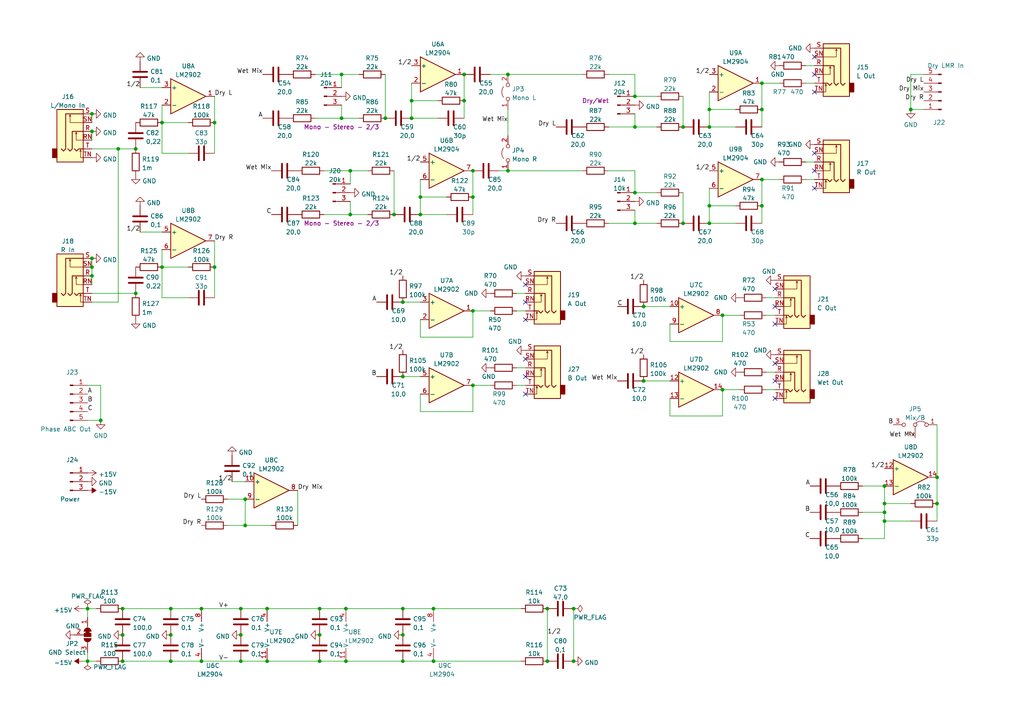
<source format=kicad_sch>
(kicad_sch (version 20211123) (generator eeschema)
  (paper "A4")
  (junction (at 49.53 191.77))
  (junction (at 116.84 176.53))
  (junction (at 71.12 144.78))
  (junction (at 92.71 184.15))
  (junction (at 58.42 176.53))
  (junction (at 271.78 146.05))
  (junction (at 166.37 191.77))
  (junction (at 77.47 176.53))
  (junction (at 35.56 176.53))
  (junction (at 116.84 109.22))
  (junction (at 34.29 43.18))
  (junction (at 39.37 85.09))
  (junction (at 220.98 59.69))
  (junction (at 100.33 176.53))
  (junction (at 147.32 49.53))
  (junction (at 209.55 113.03))
  (junction (at 26.67 77.47))
  (junction (at 46.99 77.47))
  (junction (at 62.23 77.47))
  (junction (at 29.21 121.92))
  (junction (at 184.15 64.77))
  (junction (at 184.15 27.94))
  (junction (at 100.33 191.77))
  (junction (at 99.06 34.29))
  (junction (at 114.3 62.23))
  (junction (at 205.74 31.75))
  (junction (at 69.85 176.53))
  (junction (at 35.56 184.15))
  (junction (at 134.62 21.59))
  (junction (at 46.99 35.56))
  (junction (at 264.16 31.75))
  (junction (at 220.98 31.75))
  (junction (at 186.69 88.9))
  (junction (at 116.84 184.15))
  (junction (at 92.71 176.53))
  (junction (at 256.54 148.59))
  (junction (at 58.42 191.77))
  (junction (at 137.16 111.76))
  (junction (at 99.06 21.59))
  (junction (at 198.12 36.83))
  (junction (at 121.92 62.23))
  (junction (at 35.56 191.77))
  (junction (at 119.38 34.29))
  (junction (at 69.85 191.77))
  (junction (at 184.15 55.88))
  (junction (at 186.69 110.49))
  (junction (at 205.74 59.69))
  (junction (at 256.54 146.05))
  (junction (at 25.4 176.53))
  (junction (at 26.67 38.1))
  (junction (at 184.15 36.83))
  (junction (at 26.67 80.01))
  (junction (at 77.47 191.77))
  (junction (at 69.85 184.15))
  (junction (at 49.53 176.53))
  (junction (at 205.74 64.77))
  (junction (at 220.98 52.07))
  (junction (at 256.54 140.97))
  (junction (at 119.38 29.21))
  (junction (at 158.75 176.53))
  (junction (at 134.62 29.21))
  (junction (at 198.12 64.77))
  (junction (at 25.4 191.77))
  (junction (at 49.53 184.15))
  (junction (at 62.23 35.56))
  (junction (at 256.54 151.13))
  (junction (at 116.84 191.77))
  (junction (at 101.6 49.53))
  (junction (at 137.16 57.15))
  (junction (at 125.73 176.53))
  (junction (at 205.74 36.83))
  (junction (at 101.6 62.23))
  (junction (at 111.76 34.29))
  (junction (at 271.78 138.43))
  (junction (at 137.16 90.17))
  (junction (at 137.16 49.53))
  (junction (at 26.67 33.02))
  (junction (at 209.55 91.44))
  (junction (at 92.71 191.77))
  (junction (at 116.84 87.63))
  (junction (at 125.73 191.77))
  (junction (at 26.67 74.93))
  (junction (at 39.37 43.18))
  (junction (at 147.32 21.59))
  (junction (at 71.12 152.4))
  (junction (at 121.92 57.15))
  (junction (at 158.75 191.77))
  (junction (at 166.37 176.53))
  (junction (at 220.98 24.13))
  (no_connect (at 236.22 16.51))
  (no_connect (at 236.22 26.67))
  (no_connect (at 152.4 87.63))
  (no_connect (at 236.22 54.61))
  (no_connect (at 224.79 110.49))
  (no_connect (at 224.79 83.82))
  (no_connect (at 152.4 109.22))
  (no_connect (at 224.79 88.9))
  (no_connect (at 236.22 44.45))
  (no_connect (at 224.79 115.57))
  (no_connect (at 152.4 82.55))
  (no_connect (at 152.4 104.14))
  (no_connect (at 236.22 49.53))
  (no_connect (at 152.4 92.71))
  (no_connect (at 236.22 21.59))
  (no_connect (at 224.79 93.98))
  (no_connect (at 152.4 114.3))
  (no_connect (at 224.79 105.41))
  (wire (pts (xy 267.97 21.59) (xy 264.16 21.59)))
  (wire (pts (xy 168.91 49.53) (xy 147.32 49.53)))
  (wire (pts (xy 35.56 176.53) (xy 49.53 176.53)))
  (wire (pts (xy 25.4 176.53) (xy 27.94 176.53)))
  (wire (pts (xy 34.29 43.18) (xy 39.37 43.18)))
  (wire (pts (xy 26.67 85.09) (xy 39.37 85.09)))
  (wire (pts (xy 220.98 52.07) (xy 226.06 52.07)))
  (wire (pts (xy 26.67 74.93) (xy 26.67 77.47)))
  (wire (pts (xy 121.92 119.38) (xy 137.16 119.38)))
  (wire (pts (xy 147.32 31.75) (xy 147.32 39.37)))
  (wire (pts (xy 46.99 77.47) (xy 54.61 77.47)))
  (wire (pts (xy 92.71 191.77) (xy 100.33 191.77)))
  (wire (pts (xy 62.23 27.94) (xy 62.23 35.56)))
  (wire (pts (xy 25.4 191.77) (xy 27.94 191.77)))
  (wire (pts (xy 166.37 176.53) (xy 166.37 191.77)))
  (wire (pts (xy 101.6 53.34) (xy 101.6 49.53)))
  (wire (pts (xy 134.62 21.59) (xy 134.62 29.21)))
  (wire (pts (xy 152.4 106.68) (xy 149.86 106.68)))
  (wire (pts (xy 116.84 191.77) (xy 125.73 191.77)))
  (wire (pts (xy 209.55 113.03) (xy 214.63 113.03)))
  (wire (pts (xy 121.92 97.79) (xy 137.16 97.79)))
  (wire (pts (xy 198.12 55.88) (xy 198.12 64.77)))
  (wire (pts (xy 26.67 38.1) (xy 26.67 40.64)))
  (wire (pts (xy 104.14 34.29) (xy 99.06 34.29)))
  (wire (pts (xy 184.15 36.83) (xy 190.5 36.83)))
  (wire (pts (xy 137.16 49.53) (xy 137.16 57.15)))
  (wire (pts (xy 184.15 64.77) (xy 184.15 60.96)))
  (wire (pts (xy 26.67 77.47) (xy 26.67 80.01)))
  (wire (pts (xy 224.79 113.03) (xy 222.25 113.03)))
  (wire (pts (xy 209.55 91.44) (xy 214.63 91.44)))
  (wire (pts (xy 58.42 191.77) (xy 69.85 191.77)))
  (wire (pts (xy 26.67 87.63) (xy 34.29 87.63)))
  (wire (pts (xy 250.19 140.97) (xy 256.54 140.97)))
  (wire (pts (xy 71.12 152.4) (xy 78.74 152.4)))
  (wire (pts (xy 137.16 111.76) (xy 142.24 111.76)))
  (wire (pts (xy 67.31 139.7) (xy 71.12 139.7)))
  (wire (pts (xy 46.99 35.56) (xy 54.61 35.56)))
  (wire (pts (xy 25.4 176.53) (xy 25.4 179.07)))
  (wire (pts (xy 158.75 176.53) (xy 158.75 191.77)))
  (wire (pts (xy 152.4 111.76) (xy 149.86 111.76)))
  (wire (pts (xy 77.47 176.53) (xy 92.71 176.53)))
  (wire (pts (xy 198.12 27.94) (xy 198.12 36.83)))
  (wire (pts (xy 271.78 123.19) (xy 271.78 138.43)))
  (wire (pts (xy 49.53 191.77) (xy 58.42 191.77)))
  (wire (pts (xy 264.16 151.13) (xy 256.54 151.13)))
  (wire (pts (xy 46.99 30.48) (xy 46.99 35.56)))
  (wire (pts (xy 194.31 115.57) (xy 194.31 120.65)))
  (wire (pts (xy 176.53 36.83) (xy 184.15 36.83)))
  (wire (pts (xy 46.99 72.39) (xy 46.99 77.47)))
  (wire (pts (xy 62.23 69.85) (xy 62.23 77.47)))
  (wire (pts (xy 54.61 86.36) (xy 46.99 86.36)))
  (wire (pts (xy 99.06 34.29) (xy 99.06 30.48)))
  (wire (pts (xy 256.54 151.13) (xy 256.54 148.59)))
  (wire (pts (xy 125.73 191.77) (xy 151.13 191.77)))
  (wire (pts (xy 220.98 52.07) (xy 220.98 59.69)))
  (wire (pts (xy 119.38 34.29) (xy 119.38 29.21)))
  (wire (pts (xy 137.16 111.76) (xy 137.16 119.38)))
  (wire (pts (xy 116.84 87.63) (xy 121.92 87.63)))
  (wire (pts (xy 271.78 138.43) (xy 271.78 146.05)))
  (wire (pts (xy 99.06 25.4) (xy 99.06 21.59)))
  (wire (pts (xy 236.22 24.13) (xy 233.68 24.13)))
  (wire (pts (xy 209.55 91.44) (xy 209.55 99.06)))
  (wire (pts (xy 184.15 55.88) (xy 190.5 55.88)))
  (wire (pts (xy 35.56 191.77) (xy 49.53 191.77)))
  (wire (pts (xy 220.98 59.69) (xy 220.98 64.77)))
  (wire (pts (xy 176.53 21.59) (xy 184.15 21.59)))
  (wire (pts (xy 213.36 36.83) (xy 205.74 36.83)))
  (wire (pts (xy 256.54 146.05) (xy 264.16 146.05)))
  (wire (pts (xy 256.54 156.21) (xy 256.54 151.13)))
  (wire (pts (xy 264.16 31.75) (xy 267.97 31.75)))
  (wire (pts (xy 93.98 49.53) (xy 101.6 49.53)))
  (wire (pts (xy 119.38 29.21) (xy 119.38 24.13)))
  (wire (pts (xy 127 29.21) (xy 119.38 29.21)))
  (wire (pts (xy 26.67 43.18) (xy 34.29 43.18)))
  (wire (pts (xy 142.24 21.59) (xy 147.32 21.59)))
  (wire (pts (xy 121.92 114.3) (xy 121.92 119.38)))
  (wire (pts (xy 209.55 113.03) (xy 209.55 120.65)))
  (wire (pts (xy 69.85 191.77) (xy 77.47 191.77)))
  (wire (pts (xy 62.23 35.56) (xy 62.23 44.45)))
  (wire (pts (xy 111.76 21.59) (xy 111.76 34.29)))
  (wire (pts (xy 256.54 146.05) (xy 256.54 140.97)))
  (wire (pts (xy 86.36 142.24) (xy 86.36 152.4)))
  (wire (pts (xy 99.06 21.59) (xy 104.14 21.59)))
  (wire (pts (xy 194.31 99.06) (xy 209.55 99.06)))
  (wire (pts (xy 220.98 24.13) (xy 220.98 31.75)))
  (wire (pts (xy 224.79 91.44) (xy 222.25 91.44)))
  (wire (pts (xy 236.22 46.99) (xy 233.68 46.99)))
  (wire (pts (xy 46.99 44.45) (xy 46.99 35.56)))
  (wire (pts (xy 62.23 77.47) (xy 62.23 86.36)))
  (wire (pts (xy 49.53 176.53) (xy 58.42 176.53)))
  (wire (pts (xy 194.31 120.65) (xy 209.55 120.65)))
  (wire (pts (xy 100.33 176.53) (xy 116.84 176.53)))
  (wire (pts (xy 184.15 33.02) (xy 184.15 36.83)))
  (wire (pts (xy 152.4 85.09) (xy 149.86 85.09)))
  (wire (pts (xy 176.53 49.53) (xy 184.15 49.53)))
  (wire (pts (xy 137.16 90.17) (xy 137.16 97.79)))
  (wire (pts (xy 69.85 176.53) (xy 77.47 176.53)))
  (wire (pts (xy 40.64 67.31) (xy 46.99 67.31)))
  (wire (pts (xy 26.67 33.02) (xy 26.67 35.56)))
  (wire (pts (xy 224.79 86.36) (xy 222.25 86.36)))
  (wire (pts (xy 147.32 21.59) (xy 168.91 21.59)))
  (wire (pts (xy 184.15 49.53) (xy 184.15 55.88)))
  (wire (pts (xy 147.32 49.53) (xy 144.78 49.53)))
  (wire (pts (xy 205.74 59.69) (xy 205.74 54.61)))
  (wire (pts (xy 127 34.29) (xy 119.38 34.29)))
  (wire (pts (xy 24.13 176.53) (xy 25.4 176.53)))
  (wire (pts (xy 224.79 107.95) (xy 222.25 107.95)))
  (wire (pts (xy 93.98 62.23) (xy 101.6 62.23)))
  (wire (pts (xy 184.15 21.59) (xy 184.15 27.94)))
  (wire (pts (xy 25.4 121.92) (xy 29.21 121.92)))
  (wire (pts (xy 205.74 31.75) (xy 213.36 31.75)))
  (wire (pts (xy 256.54 148.59) (xy 256.54 146.05)))
  (wire (pts (xy 66.04 152.4) (xy 71.12 152.4)))
  (wire (pts (xy 114.3 49.53) (xy 114.3 62.23)))
  (wire (pts (xy 236.22 19.05) (xy 233.68 19.05)))
  (wire (pts (xy 186.69 110.49) (xy 194.31 110.49)))
  (wire (pts (xy 101.6 49.53) (xy 106.68 49.53)))
  (wire (pts (xy 220.98 31.75) (xy 220.98 36.83)))
  (wire (pts (xy 26.67 80.01) (xy 26.67 82.55)))
  (wire (pts (xy 271.78 146.05) (xy 271.78 151.13)))
  (wire (pts (xy 190.5 64.77) (xy 184.15 64.77)))
  (wire (pts (xy 101.6 62.23) (xy 101.6 58.42)))
  (wire (pts (xy 25.4 111.76) (xy 29.21 111.76)))
  (wire (pts (xy 116.84 109.22) (xy 121.92 109.22)))
  (wire (pts (xy 176.53 64.77) (xy 184.15 64.77)))
  (wire (pts (xy 205.74 26.67) (xy 205.74 31.75)))
  (wire (pts (xy 100.33 191.77) (xy 116.84 191.77)))
  (wire (pts (xy 54.61 44.45) (xy 46.99 44.45)))
  (wire (pts (xy 46.99 86.36) (xy 46.99 77.47)))
  (wire (pts (xy 137.16 57.15) (xy 137.16 62.23)))
  (wire (pts (xy 71.12 144.78) (xy 71.12 152.4)))
  (wire (pts (xy 205.74 64.77) (xy 205.74 59.69)))
  (wire (pts (xy 250.19 148.59) (xy 256.54 148.59)))
  (wire (pts (xy 194.31 93.98) (xy 194.31 99.06)))
  (wire (pts (xy 77.47 191.77) (xy 92.71 191.77)))
  (wire (pts (xy 264.16 21.59) (xy 264.16 31.75)))
  (wire (pts (xy 129.54 62.23) (xy 121.92 62.23)))
  (wire (pts (xy 116.84 176.53) (xy 125.73 176.53)))
  (wire (pts (xy 236.22 52.07) (xy 233.68 52.07)))
  (wire (pts (xy 91.44 21.59) (xy 99.06 21.59)))
  (wire (pts (xy 152.4 90.17) (xy 149.86 90.17)))
  (wire (pts (xy 29.21 111.76) (xy 29.21 121.92)))
  (wire (pts (xy 121.92 62.23) (xy 121.92 57.15)))
  (wire (pts (xy 91.44 34.29) (xy 99.06 34.29)))
  (wire (pts (xy 129.54 57.15) (xy 121.92 57.15)))
  (wire (pts (xy 186.69 88.9) (xy 194.31 88.9)))
  (wire (pts (xy 220.98 24.13) (xy 226.06 24.13)))
  (wire (pts (xy 34.29 87.63) (xy 34.29 43.18)))
  (wire (pts (xy 134.62 29.21) (xy 134.62 34.29)))
  (wire (pts (xy 184.15 27.94) (xy 190.5 27.94)))
  (wire (pts (xy 66.04 144.78) (xy 71.12 144.78)))
  (wire (pts (xy 213.36 64.77) (xy 205.74 64.77)))
  (wire (pts (xy 121.92 57.15) (xy 121.92 52.07)))
  (wire (pts (xy 125.73 176.53) (xy 151.13 176.53)))
  (wire (pts (xy 40.64 25.4) (xy 46.99 25.4)))
  (wire (pts (xy 92.71 176.53) (xy 100.33 176.53)))
  (wire (pts (xy 106.68 62.23) (xy 101.6 62.23)))
  (wire (pts (xy 121.92 92.71) (xy 121.92 97.79)))
  (wire (pts (xy 25.4 189.23) (xy 25.4 191.77)))
  (wire (pts (xy 24.13 191.77) (xy 25.4 191.77)))
  (wire (pts (xy 205.74 36.83) (xy 205.74 31.75)))
  (wire (pts (xy 58.42 176.53) (xy 69.85 176.53)))
  (wire (pts (xy 250.19 156.21) (xy 256.54 156.21)))
  (wire (pts (xy 205.74 59.69) (xy 213.36 59.69)))
  (wire (pts (xy 137.16 90.17) (xy 142.24 90.17)))
  (label "A" (at 234.95 140.97 180))
  (label "Dry L" (at 161.29 36.83 180))
  (label "B" (at 259.08 123.19 180))
  (label "1{slash}2" (at 40.64 67.31 180))
  (label "1{slash}2" (at 40.64 25.4 180))
  (label "Dry L" (at 62.23 27.94 0))
  (label "1{slash}2" (at 158.75 184.15 0))
  (label "V+" (at 63.5 176.53 0))
  (label "Wet Mix" (at 78.74 49.53 180))
  (label "A" (at 76.2 34.29 180))
  (label "C" (at 234.95 156.21 180))
  (label "C" (at 78.74 62.23 180))
  (label "Dry L" (at 267.97 24.13 180))
  (label "1{slash}2" (at 116.84 80.01 180))
  (label "A" (at 25.4 114.3 0))
  (label "C" (at 179.07 88.9 0))
  (label "1{slash}2" (at 121.92 46.99 180))
  (label "B" (at 109.22 109.22 180))
  (label "1{slash}2" (at 186.69 102.87 180))
  (label "Dry L" (at 58.42 144.78 180))
  (label "Wet Mix" (at 147.32 35.56 180))
  (label "Dry R" (at 161.29 64.77 180))
  (label "B" (at 25.4 116.84 0))
  (label "1{slash}2" (at 67.31 139.7 180))
  (label "V-" (at 63.5 191.77 0))
  (label "C" (at 25.4 119.38 0))
  (label "1{slash}2" (at 186.69 81.28 180))
  (label "1{slash}2" (at 119.38 19.05 180))
  (label "Dry Mix" (at 267.97 26.67 180))
  (label "Wet Mix" (at 179.07 110.49 180))
  (label "Wet Mix" (at 265.43 127 180))
  (label "B" (at 234.95 148.59 180))
  (label "A" (at 109.22 87.63 180))
  (label "Dry R" (at 62.23 69.85 0))
  (label "Dry R" (at 58.42 152.4 180))
  (label "Wet Mix" (at 76.2 21.59 180))
  (label "1{slash}2" (at 116.84 101.6 180))
  (label "1{slash}2" (at 205.74 49.53 180))
  (label "Dry R" (at 267.97 29.21 180))
  (label "1{slash}2" (at 205.74 21.59 180))
  (label "Dry Mix" (at 86.36 142.24 0))
  (label "1{slash}2" (at 256.54 135.89 180))
  (symbol (lib_id "Connector:Conn_01x03_Male") (at 96.52 55.88 0) (unit 1)
    (property "Reference" "J20" (at 97.155 49.564 0))
    (property "Value" "20k" (at 97.155 52.1009 0))
    (property "Footprint" "Connector_PinHeader_2.54mm:PinHeader_1x03_P2.54mm_Vertical" (effects hide))
    (property "Label" "Mono - Stereo - 2/3" (at 99.06 64.77 0))
  )
  (symbol (lib_id "Device:C") (at 165.1 36.83 90) (unit 1)
    (property "Reference" "C62" (at 167.64 39.37 90))
    (property "Value" "20,0" (at 167.64 41.91 90))
    (property "Footprint" "Capacitor_SMD:C_1206_3216Metric_Pad1.33x1.80mm_HandSolder" (effects hide))
  )
  (symbol (lib_id "Device:C") (at 130.81 34.29 90) (unit 1)
    (property "Reference" "C60" (at 133.35 36.83 90))
    (property "Value" "30p" (at 133.35 39.37 90))
    (property "Footprint" "Capacitor_THT:C_Disc_D5.0mm_W2.5mm_P2.50mm" (effects hide))
  )
  (symbol (lib_id "Connector:Conn_01x03_Male") (at 93.98 27.94 0) (unit 1)
    (property "Reference" "J11" (at 94.615 21.624 0))
    (property "Value" "20k" (at 94.615 24.1609 0))
    (property "Footprint" "Connector_PinHeader_2.54mm:PinHeader_1x03_P2.54mm_Vertical" (effects hide))
    (property "Label" "Mono - Stereo - 2/3" (at 99.06 36.83 0))
  )
  (symbol (lib_id "Connector:Conn_01x05_Male") (at 20.32 116.84 0) (unit 1)
    (property "Reference" "J23" (at 20.955 107.984 0))
    (property "Value" "Phase ABC Out" (at 19.05 124.46 0))
    (property "Footprint" "Connector_PinHeader_2.54mm:PinHeader_1x05_P2.54mm_Vertical" (effects hide))
  )
  (symbol (lib_id "Connector:Conn_01x05_Male") (at 273.05 26.67 180) (unit 1)
    (property "Reference" "J22" (at 272.415 35.526 0))
    (property "Value" "Dry LMR In" (at 274.32 19.05 0))
    (property "Footprint" "Connector_PinHeader_2.54mm:PinHeader_1x05_P2.54mm_Vertical" (effects hide))
  )
  (symbol (lib_id "Device:R") (at 107.95 34.29 90) (unit 1)
    (property "Reference" "R86" (at 107.95 29.5742 90))
    (property "Value" "22k" (at 107.95 32.1111 90))
    (property "Footprint" "Resistor_SMD:R_1206_3216Metric_Pad1.30x1.75mm_HandSolder" (effects hide))
  )
  (symbol (lib_id "Device:R") (at 87.63 21.59 90) (unit 1)
    (property "Reference" "R74" (at 87.63 16.8742 90))
    (property "Value" "22k" (at 87.63 19.4111 90))
    (property "Footprint" "Resistor_SMD:R_1206_3216Metric_Pad1.30x1.75mm_HandSolder" (effects hide))
  )
  (symbol (lib_id "Device:C") (at 238.76 140.97 90) (unit 1)
    (property "Reference" "C56" (at 241.3 143.51 90))
    (property "Value" "10,0" (at 241.3 146.05 90))
    (property "Footprint" "Capacitor_SMD:C_0805_2012Metric_Pad1.18x1.45mm_HandSolder" (effects hide))
  )
  (symbol (lib_id "Device:C") (at 201.93 64.77 90) (unit 1)
    (property "Reference" "C67" (at 204.47 67.31 90))
    (property "Value" "20,0" (at 204.47 69.85 90))
    (property "Footprint" "Capacitor_SMD:C_1206_3216Metric_Pad1.33x1.80mm_HandSolder" (effects hide))
  )
  (symbol (lib_id "Device:C") (at 201.93 36.83 90) (unit 1)
    (property "Reference" "C63" (at 204.47 39.37 90))
    (property "Value" "20,0" (at 204.47 41.91 90))
    (property "Footprint" "Capacitor_SMD:C_1206_3216Metric_Pad1.33x1.80mm_HandSolder" (effects hide))
  )
  (symbol (lib_id "Device:C") (at 80.01 21.59 90) (unit 1)
    (property "Reference" "C54" (at 82.55 24.13 90))
    (property "Value" "20,0" (at 82.55 26.67 90))
    (property "Footprint" "Capacitor_SMD:C_1206_3216Metric_Pad1.33x1.80mm_HandSolder" (effects hide))
  )
  (symbol (lib_id "power:GND") (at 236.22 13.97 270) (unit 1)
    (property "Reference" "#PWR080" (effects hide))
    (property "Value" "GND" (at 228.6 13.97 90) (effects (justify left)))
  )
  (symbol (lib_id "Jumper:Jumper_3_Bridged12") (at 265.43 123.19 0) (mirror y) (unit 1)
    (property "Reference" "JP5" (at 265.43 118.626 0))
    (property "Value" "Mix/B" (at 265.43 121.1629 0))
    (property "Footprint" "Connector_PinHeader_2.54mm:PinHeader_1x03_P2.54mm_Vertical" (effects hide))
  )
  (symbol (lib_id "Device:R") (at 146.05 106.68 90) (unit 1)
    (property "Reference" "R101" (at 142.24 101.6 90))
    (property "Value" "470" (at 142.24 104.14 90))
    (property "Footprint" "Resistor_SMD:R_1206_3216Metric_Pad1.30x1.75mm_HandSolder" (effects hide))
  )
  (symbol (lib_id "power:GND") (at 26.67 33.02 90) (unit 1)
    (property "Reference" "#PWR081" (effects hide))
    (property "Value" "GND" (at 29.845 33.4538 90) (effects (justify right)))
  )
  (symbol (lib_id "Device:R") (at 229.87 52.07 90) (unit 1)
    (property "Reference" "R91" (at 228.6 54.61 90))
    (property "Value" "470" (at 228.6 57.15 90))
    (property "Footprint" "Resistor_SMD:R_1206_3216Metric_Pad1.30x1.75mm_HandSolder" (effects hide))
  )
  (symbol (lib_id "Device:C") (at 92.71 187.96 0) (unit 1)
    (property "Reference" "C94" (at 95.631 187.1253 0) (effects (justify left)))
    (property "Value" "0,1" (at 95.631 189.6622 0) (effects (justify left)))
    (property "Footprint" "Capacitor_SMD:C_1206_3216Metric_Pad1.33x1.80mm_HandSolder" (effects hide))
  )
  (symbol (lib_id "Device:C") (at 39.37 39.37 0) (unit 1)
    (property "Reference" "C82" (at 42.291 38.5353 0) (effects (justify left)))
    (property "Value" "0,22" (at 42.291 41.0722 0) (effects (justify left)))
    (property "Footprint" "Capacitor_SMD:C_0805_2012Metric_Pad1.18x1.45mm_HandSolder" (effects hide))
  )
  (symbol (lib_id "Connector:AudioJack3_Switch") (at 241.3 19.05 0) (mirror y) (unit 1)
    (property "Reference" "J15" (at 248.412 19.4853 0) (effects (justify right)))
    (property "Value" "L Out" (at 248.412 22.0222 0) (effects (justify right)))
    (property "Footprint" "Connector_Audio:Jack_6.35mm_Neutrik_NMJ6HCD2_Horizontal" (effects hide))
  )
  (symbol (lib_id "Device:R") (at 130.81 29.21 90) (unit 1)
    (property "Reference" "R80" (at 130.81 24.4942 90))
    (property "Value" "47k" (at 130.81 27.0311 90))
    (property "Footprint" "Resistor_SMD:R_1206_3216Metric_Pad1.30x1.75mm_HandSolder" (effects hide))
  )
  (symbol (lib_id "Device:C") (at 80.01 34.29 90) (unit 1)
    (property "Reference" "C58" (at 82.55 36.83 90))
    (property "Value" "20,0" (at 82.55 39.37 90))
    (property "Footprint" "Capacitor_SMD:C_1206_3216Metric_Pad1.33x1.80mm_HandSolder" (effects hide))
  )
  (symbol (lib_id "power:PWR_FLAG") (at 25.4 191.77 180) (unit 1)
    (property "Reference" "#FLG0102" (effects hide))
    (property "Value" "PWR_FLAG" (at 27.051 193.4738 0) (effects (justify right)))
  )
  (symbol (lib_id "Jumper:Jumper_2_Open") (at 147.32 26.67 90) (unit 1)
    (property "Reference" "JP3" (at 148.463 25.8353 90) (effects (justify right)))
    (property "Value" "Mono L" (at 148.463 28.3722 90) (effects (justify right)))
    (property "Footprint" "Connector_PinHeader_2.54mm:PinHeader_1x02_P2.54mm_Vertical" (effects hide))
  )
  (symbol (lib_id "Connector:Conn_01x03_Male") (at 179.07 30.48 0) (unit 1)
    (property "Reference" "J12" (at 179.705 24.164 0))
    (property "Value" "20k" (at 179.705 26.7009 0))
    (property "Footprint" "Connector_PinHeader_2.54mm:PinHeader_1x03_P2.54mm_Vertical" (effects hide))
    (property "Label" "Dry/Wet" (at 172.72 29.21 0))
  )
  (symbol (lib_id "power:GND") (at 26.67 38.1 90) (unit 1)
    (property "Reference" "#PWR0120" (effects hide))
    (property "Value" "GND" (at 29.845 38.5338 90) (effects (justify right)))
  )
  (symbol (lib_id "Device:C") (at 58.42 44.45 90) (unit 1)
    (property "Reference" "C83" (at 58.42 38.5912 90))
    (property "Value" "33p" (at 58.42 41.1281 90))
    (property "Footprint" "Capacitor_THT:C_Disc_D5.0mm_W2.5mm_P2.50mm" (effects hide))
  )
  (symbol (lib_id "power:GND") (at 40.64 17.78 180) (unit 1)
    (property "Reference" "#PWR057" (effects hide))
    (property "Value" "GND" (at 42.545 16.9438 0) (effects (justify right)))
  )
  (symbol (lib_id "power:+15V") (at 25.4 137.16 270) (unit 1)
    (property "Reference" "#PWR066" (effects hide))
    (property "Value" "+15V" (at 28.575 137.5938 90) (effects (justify left)))
  )
  (symbol (lib_id "Device:R") (at 58.42 35.56 90) (unit 1)
    (property "Reference" "R118" (at 58.42 30.8442 90))
    (property "Value" "100k" (at 58.42 33.3811 90))
    (property "Footprint" "Resistor_SMD:R_1206_3216Metric_Pad1.30x1.75mm_HandSolder" (effects hide))
  )
  (symbol (lib_id "Device:C") (at 133.35 62.23 90) (unit 1)
    (property "Reference" "C89" (at 135.89 64.77 90))
    (property "Value" "30p" (at 135.89 67.31 90))
    (property "Footprint" "Capacitor_THT:C_Disc_D5.0mm_W2.5mm_P2.50mm" (effects hide))
  )
  (symbol (lib_id "Connector:AudioJack3_Switch") (at 157.48 85.09 0) (mirror y) (unit 1)
    (property "Reference" "J19" (at 164.592 85.5253 0) (effects (justify right)))
    (property "Value" "A Out" (at 164.592 88.0622 0) (effects (justify right)))
    (property "Footprint" "Connector_Audio:Jack_6.35mm_Neutrik_NMJ6HCD2_Horizontal" (effects hide))
  )
  (symbol (lib_id "Device:R") (at 194.31 64.77 90) (unit 1)
    (property "Reference" "R96" (at 194.31 60.0542 90))
    (property "Value" "22k" (at 194.31 62.5911 90))
    (property "Footprint" "Resistor_SMD:R_1206_3216Metric_Pad1.30x1.75mm_HandSolder" (effects hide))
  )
  (symbol (lib_id "Device:C") (at 82.55 62.23 90) (unit 1)
    (property "Reference" "C87" (at 85.09 64.77 90))
    (property "Value" "20,0" (at 85.09 67.31 90))
    (property "Footprint" "Capacitor_SMD:C_1206_3216Metric_Pad1.33x1.80mm_HandSolder" (effects hide))
  )
  (symbol (lib_id "Device:R") (at 82.55 152.4 90) (unit 1)
    (property "Reference" "R130" (at 82.55 147.6842 90))
    (property "Value" "100k" (at 82.55 150.2211 90))
    (property "Footprint" "Resistor_SMD:R_1206_3216Metric_Pad1.30x1.75mm_HandSolder" (effects hide))
  )
  (symbol (lib_id "Device:R") (at 146.05 111.76 90) (unit 1)
    (property "Reference" "R99" (at 144.78 114.3 90))
    (property "Value" "470" (at 144.78 116.84 90))
    (property "Footprint" "Resistor_SMD:R_1206_3216Metric_Pad1.30x1.75mm_HandSolder" (effects hide))
  )
  (symbol (lib_id "power:GND") (at 236.22 41.91 270) (unit 1)
    (property "Reference" "#PWR082" (effects hide))
    (property "Value" "GND" (at 228.6 41.91 90) (effects (justify left)))
  )
  (symbol (lib_id "Device:C") (at 116.84 180.34 0) (unit 1)
    (property "Reference" "C95" (at 119.761 179.5053 0) (effects (justify left)))
    (property "Value" "0,1" (at 119.761 182.0422 0) (effects (justify left)))
    (property "Footprint" "Capacitor_SMD:C_1206_3216Metric_Pad1.33x1.80mm_HandSolder" (effects hide))
  )
  (symbol (lib_id "power:+15V") (at 24.13 176.53 90) (unit 1)
    (property "Reference" "#PWR051" (effects hide))
    (property "Value" "+15V" (at 20.955 176.9638 90) (effects (justify left)))
  )
  (symbol (lib_id "Device:R") (at 116.84 105.41 180) (unit 1)
    (property "Reference" "R105" (at 118.618 104.5753 0) (effects (justify right)))
    (property "Value" "100k" (at 118.618 107.1122 0) (effects (justify right)))
    (property "Footprint" "Resistor_SMD:R_1206_3216Metric_Pad1.30x1.75mm_HandSolder" (effects hide))
  )
  (symbol (lib_id "power:GND") (at 224.79 102.87 270) (unit 1)
    (property "Reference" "#PWR089" (effects hide))
    (property "Value" "GND" (at 218.44 101.6 90) (effects (justify left)))
  )
  (symbol (lib_id "Device:R") (at 43.18 77.47 90) (unit 1)
    (property "Reference" "R125" (at 43.18 72.7542 90))
    (property "Value" "47k" (at 43.18 75.2911 90))
    (property "Footprint" "Resistor_SMD:R_1206_3216Metric_Pad1.30x1.75mm_HandSolder" (effects hide))
  )
  (symbol (lib_id "Device:C") (at 39.37 81.28 0) (unit 1)
    (property "Reference" "C90" (at 42.291 80.4453 0) (effects (justify left)))
    (property "Value" "0,22" (at 42.291 82.9822 0) (effects (justify left)))
    (property "Footprint" "Capacitor_SMD:C_0805_2012Metric_Pad1.18x1.45mm_HandSolder" (effects hide))
  )
  (symbol (lib_id "Device:R") (at 39.37 46.99 180) (unit 1)
    (property "Reference" "R119" (at 41.148 46.1553 0) (effects (justify right)))
    (property "Value" "1m" (at 41.148 48.6922 0) (effects (justify right)))
    (property "Footprint" "Resistor_SMD:R_1206_3216Metric_Pad1.30x1.75mm_HandSolder" (effects hide))
  )
  (symbol (lib_id "Device:C") (at 165.1 64.77 90) (unit 1)
    (property "Reference" "C66" (at 167.64 67.31 90))
    (property "Value" "20,0" (at 167.64 69.85 90))
    (property "Footprint" "Capacitor_SMD:C_1206_3216Metric_Pad1.33x1.80mm_HandSolder" (effects hide))
  )
  (symbol (lib_id "power:GND") (at 69.85 184.15 270) (unit 1)
    (property "Reference" "#PWR054" (effects hide))
    (property "Value" "GND" (at 66.6751 184.5838 90) (effects (justify right)))
  )
  (symbol (lib_id "Device:C") (at 113.03 87.63 90) (unit 1)
    (property "Reference" "C69" (at 115.57 90.17 90))
    (property "Value" "10,0" (at 115.57 92.71 90))
    (property "Footprint" "Capacitor_SMD:C_0805_2012Metric_Pad1.18x1.45mm_HandSolder" (effects hide))
  )
  (symbol (lib_id "Device:R") (at 146.05 85.09 90) (unit 1)
    (property "Reference" "R70" (at 142.24 80.01 90))
    (property "Value" "470" (at 143.51 95.25 90))
    (property "Footprint" "Resistor_SMD:R_1206_3216Metric_Pad1.30x1.75mm_HandSolder" (effects hide))
  )
  (symbol (lib_id "Device:R") (at 194.31 27.94 90) (unit 1)
    (property "Reference" "R79" (at 194.31 23.2242 90))
    (property "Value" "22k" (at 194.31 25.7611 90))
    (property "Footprint" "Resistor_SMD:R_1206_3216Metric_Pad1.30x1.75mm_HandSolder" (effects hide))
  )
  (symbol (lib_id "Connector:AudioJack3_Switch") (at 229.87 86.36 0) (mirror y) (unit 1)
    (property "Reference" "J21" (at 236.982 86.7953 0) (effects (justify right)))
    (property "Value" "C Out" (at 236.982 89.3322 0) (effects (justify right)))
    (property "Footprint" "Connector_Audio:Jack_6.35mm_Neutrik_NMJ6HCD2_Horizontal" (effects hide))
  )
  (symbol (lib_id "Device:C") (at 69.85 187.96 0) (unit 1)
    (property "Reference" "C79" (at 72.771 187.1253 0) (effects (justify left)))
    (property "Value" "0,1" (at 72.771 189.6622 0) (effects (justify left)))
    (property "Footprint" "Capacitor_SMD:C_1206_3216Metric_Pad1.33x1.80mm_HandSolder" (effects hide))
  )
  (symbol (lib_id "Device:C") (at 82.55 49.53 90) (unit 1)
    (property "Reference" "C84" (at 85.09 52.07 90))
    (property "Value" "20,0" (at 85.09 54.61 90))
    (property "Footprint" "Capacitor_SMD:C_1206_3216Metric_Pad1.33x1.80mm_HandSolder" (effects hide))
  )
  (symbol (lib_id "Device:C") (at 138.43 21.59 90) (unit 1)
    (property "Reference" "C55" (at 140.97 24.13 90))
    (property "Value" "20,0" (at 140.97 26.67 90))
    (property "Footprint" "Capacitor_SMD:C_1206_3216Metric_Pad1.33x1.80mm_HandSolder" (effects hide))
  )
  (symbol (lib_id "Device:R") (at 246.38 140.97 90) (unit 1)
    (property "Reference" "R78" (at 246.38 136.2542 90))
    (property "Value" "100k" (at 246.38 138.7911 90))
    (property "Footprint" "Resistor_SMD:R_1206_3216Metric_Pad1.30x1.75mm_HandSolder" (effects hide))
  )
  (symbol (lib_id "power:GND") (at 264.16 31.75 0) (unit 1)
    (property "Reference" "#PWR063" (effects hide))
    (property "Value" "GND" (at 264.16 36.1934 0))
  )
  (symbol (lib_id "power:GND") (at 224.79 81.28 270) (unit 1)
    (property "Reference" "#PWR085" (effects hide))
    (property "Value" "GND" (at 220.98 78.74 90) (effects (justify left)))
  )
  (symbol (lib_id "Device:R") (at 43.18 35.56 90) (unit 1)
    (property "Reference" "R117" (at 43.18 30.8442 90))
    (property "Value" "47k" (at 43.18 33.3811 90))
    (property "Footprint" "Resistor_SMD:R_1206_3216Metric_Pad1.30x1.75mm_HandSolder" (effects hide))
  )
  (symbol (lib_id "Amplifier_Operational:LM2904") (at 213.36 24.13 0) (unit 1)
    (property "Reference" "U9" (at 213.36 15.3502 0))
    (property "Value" "LM2904" (at 213.36 17.8871 0))
    (property "Footprint" "Package_DIP:DIP-8_W7.62mm" (effects hide))
    (property "Datasheet" "http://www.ti.com/lit/ds/symlink/lm358.pdf" (effects hide))
  )
  (symbol (lib_id "power:GND") (at 214.63 86.36 270) (unit 1)
    (property "Reference" "#PWR087" (effects hide))
    (property "Value" "GND" (at 207.01 86.36 90) (effects (justify left)))
  )
  (symbol (lib_id "Device:R") (at 87.63 34.29 90) (unit 1)
    (property "Reference" "R85" (at 87.63 29.5742 90))
    (property "Value" "22k" (at 87.63 32.1111 90))
    (property "Footprint" "Resistor_SMD:R_1206_3216Metric_Pad1.30x1.75mm_HandSolder" (effects hide))
  )
  (symbol (lib_id "Jumper:SolderJumper_3_Bridged12") (at 25.4 184.15 270) (unit 1)
    (property "Reference" "JP2" (at 19.05 186.69 90) (effects (justify left)))
    (property "Value" "GND Select" (at 13.97 189.23 90) (effects (justify left)))
    (property "Footprint" "Connector_PinHeader_2.54mm:PinHeader_1x03_P2.54mm_Vertical" (effects hide))
  )
  (symbol (lib_id "power:GND") (at 101.6 55.88 90) (unit 1)
    (property "Reference" "#PWR060" (effects hide))
    (property "Value" "GND" (at 104.775 56.3138 90) (effects (justify right)))
  )
  (symbol (lib_id "Device:R") (at 246.38 156.21 90) (unit 1)
    (property "Reference" "R89" (at 246.38 151.4942 90))
    (property "Value" "100k" (at 246.38 154.0311 90))
    (property "Footprint" "Resistor_SMD:R_1206_3216Metric_Pad1.30x1.75mm_HandSolder" (effects hide))
  )
  (symbol (lib_id "power:GND") (at 184.15 58.42 90) (unit 1)
    (property "Reference" "#PWR046" (effects hide))
    (property "Value" "GND" (at 187.325 58.8538 90) (effects (justify right)))
  )
  (symbol (lib_id "power:PWR_FLAG") (at 25.4 176.53 0) (unit 1)
    (property "Reference" "#FLG0103" (effects hide))
    (property "Value" "PWR_FLAG" (at 25.4 172.9542 0))
  )
  (symbol (lib_id "power:-15V") (at 24.13 191.77 90) (unit 1)
    (property "Reference" "#PWR055" (effects hide))
    (property "Value" "-15V" (at 20.955 192.2038 90) (effects (justify left)))
  )
  (symbol (lib_id "power:GND") (at 35.56 184.15 270) (unit 1)
    (property "Reference" "#PWR052" (effects hide))
    (property "Value" "GND" (at 32.3851 184.5838 90) (effects (justify right)))
  )
  (symbol (lib_id "Device:C") (at 40.64 21.59 0) (unit 1)
    (property "Reference" "C81" (at 43.561 20.7553 0) (effects (justify left)))
    (property "Value" "0,1" (at 43.561 23.2922 0) (effects (justify left)))
    (property "Footprint" "Capacitor_SMD:C_1206_3216Metric_Pad1.33x1.80mm_HandSolder" (effects hide))
  )
  (symbol (lib_id "Amplifier_Operational:LM2902") (at 129.54 90.17 0) (unit 1)
    (property "Reference" "U7" (at 129.54 81.3902 0))
    (property "Value" "LM2902" (at 129.54 83.9271 0))
    (property "Footprint" "Package_DIP:DIP-14_W7.62mm" (effects hide))
    (property "Datasheet" "http://www.ti.com/lit/ds/symlink/lm2902-n.pdf" (effects hide))
  )
  (symbol (lib_id "power:GND") (at 99.06 27.94 90) (unit 1)
    (property "Reference" "#PWR042" (effects hide))
    (property "Value" "GND" (at 102.235 28.3738 90) (effects (justify right)))
  )
  (symbol (lib_id "power:GND") (at 39.37 92.71 0) (unit 1)
    (property "Reference" "#PWR062" (effects hide))
    (property "Value" "GND" (at 41.275 94.4138 0) (effects (justify left)))
  )
  (symbol (lib_id "Connector:AudioJack3_Switch") (at 21.59 80.01 0) (unit 1)
    (property "Reference" "J18" (at 19.685 69.9602 0))
    (property "Value" "R In" (at 19.685 72.4971 0))
    (property "Footprint" "Connector_Audio:Jack_6.35mm_Neutrik_NMJ6HCD2_Horizontal" (effects hide))
  )
  (symbol (lib_id "Device:R") (at 217.17 59.69 90) (unit 1)
    (property "Reference" "R94" (at 217.17 54.9742 90))
    (property "Value" "47k" (at 217.17 57.5111 90))
    (property "Footprint" "Resistor_SMD:R_1206_3216Metric_Pad1.30x1.75mm_HandSolder" (effects hide))
  )
  (symbol (lib_id "Device:C") (at 58.42 86.36 90) (unit 1)
    (property "Reference" "C91" (at 58.42 80.5012 90))
    (property "Value" "33p" (at 58.42 83.0381 90))
    (property "Footprint" "Capacitor_THT:C_Disc_D5.0mm_W2.5mm_P2.50mm" (effects hide))
  )
  (symbol (lib_id "power:GND") (at 166.37 191.77 90) (unit 1)
    (property "Reference" "#PWR056" (effects hide))
    (property "Value" "GND" (at 169.545 192.2038 90) (effects (justify right)))
  )
  (symbol (lib_id "Amplifier_Operational:LM2902") (at 201.93 113.03 0) (unit 4)
    (property "Reference" "U7" (at 201.93 104.2502 0))
    (property "Value" "LM2902" (at 201.93 106.7871 0))
    (property "Footprint" "Package_DIP:DIP-14_W7.62mm" (effects hide))
    (property "Datasheet" "http://www.ti.com/lit/ds/symlink/lm2902-n.pdf" (effects hide))
  )
  (symbol (lib_id "Device:C") (at 116.84 187.96 0) (unit 1)
    (property "Reference" "C96" (at 119.761 187.1253 0) (effects (justify left)))
    (property "Value" "0,1" (at 119.761 189.6622 0) (effects (justify left)))
    (property "Footprint" "Capacitor_SMD:C_1206_3216Metric_Pad1.33x1.80mm_HandSolder" (effects hide))
  )
  (symbol (lib_id "Device:R") (at 218.44 86.36 90) (unit 1)
    (property "Reference" "R72" (at 217.17 81.28 90))
    (property "Value" "470" (at 217.17 83.82 90))
    (property "Footprint" "Resistor_SMD:R_1206_3216Metric_Pad1.30x1.75mm_HandSolder" (effects hide))
  )
  (symbol (lib_id "power:GND") (at 226.06 46.99 270) (unit 1)
    (property "Reference" "#PWR045" (effects hide))
    (property "Value" "GND" (at 218.44 46.99 90) (effects (justify left)))
  )
  (symbol (lib_id "Device:C") (at 35.56 187.96 0) (unit 1)
    (property "Reference" "C77" (at 38.481 187.1253 0) (effects (justify left)))
    (property "Value" "100,0" (at 38.481 189.6622 0) (effects (justify left)))
    (property "Footprint" "Capacitor_SMD:C_Elec_6.3x5.8" (effects hide))
  )
  (symbol (lib_id "Device:R") (at 229.87 24.13 90) (unit 1)
    (property "Reference" "R77" (at 226.06 26.67 90))
    (property "Value" "470" (at 231.14 26.67 90))
    (property "Footprint" "Resistor_SMD:R_1206_3216Metric_Pad1.30x1.75mm_HandSolder" (effects hide))
  )
  (symbol (lib_id "Device:R") (at 172.72 21.59 90) (unit 1)
    (property "Reference" "R76" (at 172.72 16.8742 90))
    (property "Value" "22k" (at 172.72 19.4111 90))
    (property "Footprint" "Resistor_SMD:R_1206_3216Metric_Pad1.30x1.75mm_HandSolder" (effects hide))
  )
  (symbol (lib_id "Device:R") (at 58.42 77.47 90) (unit 1)
    (property "Reference" "R126" (at 58.42 72.7542 90))
    (property "Value" "100k" (at 58.42 75.2911 90))
    (property "Footprint" "Resistor_SMD:R_1206_3216Metric_Pad1.30x1.75mm_HandSolder" (effects hide))
  )
  (symbol (lib_id "Device:R") (at 90.17 62.23 90) (unit 1)
    (property "Reference" "R123" (at 90.17 57.5142 90))
    (property "Value" "22k" (at 90.17 60.0511 90))
    (property "Footprint" "Resistor_SMD:R_1206_3216Metric_Pad1.30x1.75mm_HandSolder" (effects hide))
  )
  (symbol (lib_id "Device:C") (at 118.11 62.23 90) (unit 1)
    (property "Reference" "C88" (at 120.65 64.77 90))
    (property "Value" "20,0" (at 120.65 67.31 90))
    (property "Footprint" "Capacitor_SMD:C_1206_3216Metric_Pad1.33x1.80mm_HandSolder" (effects hide))
  )
  (symbol (lib_id "Device:R") (at 194.31 55.88 90) (unit 1)
    (property "Reference" "R92" (at 194.31 51.1642 90))
    (property "Value" "22k" (at 194.31 53.7011 90))
    (property "Footprint" "Resistor_SMD:R_1206_3216Metric_Pad1.30x1.75mm_HandSolder" (effects hide))
  )
  (symbol (lib_id "power:GND") (at 152.4 80.01 270) (unit 1)
    (property "Reference" "#PWR084" (effects hide))
    (property "Value" "GND" (at 146.05 77.47 90) (effects (justify left)))
  )
  (symbol (lib_id "Device:C") (at 92.71 180.34 0) (unit 1)
    (property "Reference" "C93" (at 95.631 179.5053 0) (effects (justify left)))
    (property "Value" "0,1" (at 95.631 182.0422 0) (effects (justify left)))
    (property "Footprint" "Capacitor_SMD:C_1206_3216Metric_Pad1.33x1.80mm_HandSolder" (effects hide))
  )
  (symbol (lib_id "Amplifier_Operational:LM2904") (at 60.96 184.15 0) (unit 3)
    (property "Reference" "U6" (at 59.69 193.04 0) (effects (justify left)))
    (property "Value" "LM2904" (at 57.15 195.58 0) (effects (justify left)))
    (property "Footprint" "Package_DIP:DIP-8_W7.62mm" (effects hide))
    (property "Datasheet" "http://www.ti.com/lit/ds/symlink/lm358.pdf" (effects hide))
  )
  (symbol (lib_id "Device:C") (at 267.97 151.13 90) (unit 1)
    (property "Reference" "C61" (at 270.51 153.67 90))
    (property "Value" "33p" (at 270.51 156.21 90))
    (property "Footprint" "Capacitor_THT:C_Disc_D5.0mm_W2.5mm_P2.50mm" (effects hide))
  )
  (symbol (lib_id "Device:R") (at 229.87 19.05 90) (unit 1)
    (property "Reference" "R81" (at 224.79 16.51 90))
    (property "Value" "470" (at 228.6 16.51 90))
    (property "Footprint" "Resistor_SMD:R_1206_3216Metric_Pad1.30x1.75mm_HandSolder" (effects hide))
  )
  (symbol (lib_id "Device:R") (at 110.49 49.53 90) (unit 1)
    (property "Reference" "R121" (at 110.49 44.8142 90))
    (property "Value" "22k" (at 110.49 47.3511 90))
    (property "Footprint" "Resistor_SMD:R_1206_3216Metric_Pad1.30x1.75mm_HandSolder" (effects hide))
  )
  (symbol (lib_id "Device:R") (at 146.05 90.17 90) (unit 1)
    (property "Reference" "R50" (at 143.51 92.71 90))
    (property "Value" "470" (at 142.24 82.55 90))
    (property "Footprint" "Resistor_SMD:R_1206_3216Metric_Pad1.30x1.75mm_HandSolder" (effects hide))
  )
  (symbol (lib_id "Device:R") (at 90.17 49.53 90) (unit 1)
    (property "Reference" "R120" (at 90.17 44.8142 90))
    (property "Value" "22k" (at 90.17 47.3511 90))
    (property "Footprint" "Resistor_SMD:R_1206_3216Metric_Pad1.30x1.75mm_HandSolder" (effects hide))
  )
  (symbol (lib_id "Device:C") (at 69.85 180.34 0) (unit 1)
    (property "Reference" "C76" (at 72.771 179.5053 0) (effects (justify left)))
    (property "Value" "0,1" (at 72.771 182.0422 0) (effects (justify left)))
    (property "Footprint" "Capacitor_SMD:C_1206_3216Metric_Pad1.33x1.80mm_HandSolder" (effects hide))
  )
  (symbol (lib_id "Device:C") (at 182.88 110.49 90) (unit 1)
    (property "Reference" "C72" (at 185.42 113.03 90))
    (property "Value" "10,0" (at 185.42 115.57 90))
    (property "Footprint" "Capacitor_SMD:C_0805_2012Metric_Pad1.18x1.45mm_HandSolder" (effects hide))
  )
  (symbol (lib_id "Amplifier_Operational:LM2904") (at 127 21.59 0) (unit 1)
    (property "Reference" "U6" (at 127 12.8102 0))
    (property "Value" "LM2904" (at 127 15.3471 0))
    (property "Footprint" "Package_DIP:DIP-8_W7.62mm" (effects hide))
    (property "Datasheet" "http://www.ti.com/lit/ds/symlink/lm358.pdf" (effects hide))
  )
  (symbol (lib_id "Device:C") (at 115.57 34.29 90) (unit 1)
    (property "Reference" "C59" (at 118.11 36.83 90))
    (property "Value" "20,0" (at 118.11 39.37 90))
    (property "Footprint" "Capacitor_SMD:C_1206_3216Metric_Pad1.33x1.80mm_HandSolder" (effects hide))
  )
  (symbol (lib_id "Device:R") (at 133.35 57.15 90) (unit 1)
    (property "Reference" "R122" (at 133.35 52.4342 90))
    (property "Value" "47k" (at 133.35 54.9711 90))
    (property "Footprint" "Resistor_SMD:R_1206_3216Metric_Pad1.30x1.75mm_HandSolder" (effects hide))
  )
  (symbol (lib_id "Connector:Conn_01x03_Male") (at 20.32 139.7 0) (unit 1)
    (property "Reference" "J24" (at 20.955 133.384 0))
    (property "Value" "Power" (at 20.32 144.78 0))
    (property "Footprint" "Connector_PinHeader_2.54mm:PinHeader_1x03_P2.54mm_Vertical" (effects hide))
  )
  (symbol (lib_id "Device:C") (at 238.76 156.21 90) (unit 1)
    (property "Reference" "C65" (at 241.3 158.75 90))
    (property "Value" "10,0" (at 241.3 161.29 90))
    (property "Footprint" "Capacitor_SMD:C_0805_2012Metric_Pad1.18x1.45mm_HandSolder" (effects hide))
  )
  (symbol (lib_id "power:GND") (at 21.59 184.15 270) (unit 1)
    (property "Reference" "#PWR068" (effects hide))
    (property "Value" "GND" (at 19.05 181.61 90) (effects (justify left)))
  )
  (symbol (lib_id "Device:R") (at 172.72 64.77 90) (unit 1)
    (property "Reference" "R95" (at 172.72 60.0542 90))
    (property "Value" "22k" (at 172.72 62.5911 90))
    (property "Footprint" "Resistor_SMD:R_1206_3216Metric_Pad1.30x1.75mm_HandSolder" (effects hide))
  )
  (symbol (lib_id "Device:R") (at 31.75 176.53 90) (unit 1)
    (property "Reference" "R113" (at 31.75 171.8142 90))
    (property "Value" "100" (at 31.75 174.3511 90))
    (property "Footprint" "Resistor_SMD:R_1206_3216Metric_Pad1.30x1.75mm_HandSolder" (effects hide))
  )
  (symbol (lib_id "Device:R") (at 217.17 31.75 90) (unit 1)
    (property "Reference" "R83" (at 217.17 27.0342 90))
    (property "Value" "47k" (at 217.17 29.5711 90))
    (property "Footprint" "Resistor_SMD:R_1206_3216Metric_Pad1.30x1.75mm_HandSolder" (effects hide))
  )
  (symbol (lib_id "Amplifier_Operational:LM2902") (at 54.61 69.85 0) (unit 2)
    (property "Reference" "U8" (at 54.61 61.0702 0))
    (property "Value" "LM2902" (at 54.61 63.6071 0))
    (property "Footprint" "Package_DIP:DIP-14_W7.62mm" (effects hide))
    (property "Datasheet" "http://www.ti.com/lit/ds/symlink/lm2902-n.pdf" (effects hide))
  )
  (symbol (lib_id "power:GND") (at 226.06 19.05 270) (unit 1)
    (property "Reference" "#PWR043" (effects hide))
    (property "Value" "GND" (at 223.52 21.59 90) (effects (justify left)))
  )
  (symbol (lib_id "power:GND") (at 40.64 59.69 180) (unit 1)
    (property "Reference" "#PWR059" (effects hide))
    (property "Value" "GND" (at 42.545 58.8538 0) (effects (justify right)))
  )
  (symbol (lib_id "Device:C") (at 238.76 148.59 90) (unit 1)
    (property "Reference" "C57" (at 241.3 151.13 90))
    (property "Value" "10,0" (at 241.3 153.67 90))
    (property "Footprint" "Capacitor_SMD:C_0805_2012Metric_Pad1.18x1.45mm_HandSolder" (effects hide))
  )
  (symbol (lib_id "Device:C") (at 162.56 176.53 90) (unit 1)
    (property "Reference" "C73" (at 162.56 170.6712 90))
    (property "Value" "47,0" (at 162.56 173.2081 90))
    (property "Footprint" "Capacitor_SMD:C_Elec_6.3x5.8" (effects hide))
  )
  (symbol (lib_id "Device:R") (at 154.94 176.53 90) (unit 1)
    (property "Reference" "R114" (at 154.94 171.8142 90))
    (property "Value" "10k" (at 154.94 174.3511 90))
    (property "Footprint" "Resistor_SMD:R_1206_3216Metric_Pad1.30x1.75mm_HandSolder" (effects hide))
  )
  (symbol (lib_id "Device:R") (at 172.72 36.83 90) (unit 1)
    (property "Reference" "R87" (at 172.72 32.1142 90))
    (property "Value" "22k" (at 172.72 34.6511 90))
    (property "Footprint" "Resistor_SMD:R_1206_3216Metric_Pad1.30x1.75mm_HandSolder" (effects hide))
  )
  (symbol (lib_id "Device:R") (at 110.49 62.23 90) (unit 1)
    (property "Reference" "R124" (at 110.49 57.5142 90))
    (property "Value" "22k" (at 110.49 60.0511 90))
    (property "Footprint" "Resistor_SMD:R_1206_3216Metric_Pad1.30x1.75mm_HandSolder" (effects hide))
  )
  (symbol (lib_id "power:GND") (at 152.4 101.6 270) (unit 1)
    (property "Reference" "#PWR088" (effects hide))
    (property "Value" "GND" (at 147.32 99.06 90) (effects (justify left)))
  )
  (symbol (lib_id "Device:C") (at 67.31 135.89 0) (unit 1)
    (property "Reference" "C92" (at 70.231 135.0553 0) (effects (justify left)))
    (property "Value" "0,1" (at 70.231 137.5922 0) (effects (justify left)))
    (property "Footprint" "Capacitor_SMD:C_1206_3216Metric_Pad1.33x1.80mm_HandSolder" (effects hide))
  )
  (symbol (lib_id "Connector:AudioJack3_Switch") (at 157.48 106.68 0) (mirror y) (unit 1)
    (property "Reference" "J27" (at 164.592 107.1153 0) (effects (justify right)))
    (property "Value" "B Out" (at 164.592 109.6522 0) (effects (justify right)))
    (property "Footprint" "Connector_Audio:Jack_6.35mm_Neutrik_NMJ6HCD2_Horizontal" (effects hide))
  )
  (symbol (lib_id "Device:R") (at 31.75 191.77 90) (unit 1)
    (property "Reference" "R115" (at 31.75 187.0542 90))
    (property "Value" "100" (at 31.75 189.5911 90))
    (property "Footprint" "Resistor_SMD:R_1206_3216Metric_Pad1.30x1.75mm_HandSolder" (effects hide))
  )
  (symbol (lib_id "Device:C") (at 40.64 63.5 0) (unit 1)
    (property "Reference" "C86" (at 43.561 62.6653 0) (effects (justify left)))
    (property "Value" "0,1" (at 43.561 65.2022 0) (effects (justify left)))
    (property "Footprint" "Capacitor_SMD:C_1206_3216Metric_Pad1.33x1.80mm_HandSolder" (effects hide))
  )
  (symbol (lib_id "Device:R") (at 172.72 49.53 90) (unit 1)
    (property "Reference" "R90" (at 172.72 44.8142 90))
    (property "Value" "22k" (at 172.72 47.3511 90))
    (property "Footprint" "Resistor_SMD:R_1206_3216Metric_Pad1.30x1.75mm_HandSolder" (effects hide))
  )
  (symbol (lib_id "Device:R") (at 267.97 146.05 90) (unit 1)
    (property "Reference" "R82" (at 267.97 141.3342 90))
    (property "Value" "100k" (at 267.97 143.8711 90))
    (property "Footprint" "Resistor_SMD:R_1206_3216Metric_Pad1.30x1.75mm_HandSolder" (effects hide))
  )
  (symbol (lib_id "power:GND") (at 25.4 139.7 90) (unit 1)
    (property "Reference" "#PWR067" (effects hide))
    (property "Value" "GND" (at 28.575 140.1338 90) (effects (justify right)))
  )
  (symbol (lib_id "Jumper:Jumper_2_Open") (at 147.32 44.45 90) (unit 1)
    (property "Reference" "JP4" (at 148.463 43.6153 90) (effects (justify right)))
    (property "Value" "Mono R" (at 148.463 46.1522 90) (effects (justify right)))
    (property "Footprint" "Connector_PinHeader_2.54mm:PinHeader_1x02_P2.54mm_Vertical" (effects hide))
  )
  (symbol (lib_id "power:GND") (at 142.24 85.09 270) (unit 1)
    (property "Reference" "#PWR086" (effects hide))
    (property "Value" "GND" (at 134.62 85.09 90) (effects (justify left)))
  )
  (symbol (lib_id "power:GND") (at 142.24 106.68 270) (unit 1)
    (property "Reference" "#PWR090" (effects hide))
    (property "Value" "GND" (at 139.7 109.22 90) (effects (justify left)))
  )
  (symbol (lib_id "power:PWR_FLAG") (at 166.37 176.53 270) (unit 1)
    (property "Reference" "#FLG0101" (effects hide))
    (property "Value" "PWR_FLAG" (at 166.37 179.07 90) (effects (justify left)))
  )
  (symbol (lib_id "Amplifier_Operational:LM2902") (at 78.74 142.24 0) (unit 3)
    (property "Reference" "U8" (at 78.74 133.4602 0))
    (property "Value" "LM2902" (at 78.74 135.9971 0))
    (property "Footprint" "Package_DIP:DIP-14_W7.62mm" (effects hide))
    (property "Datasheet" "http://www.ti.com/lit/ds/symlink/lm2902-n.pdf" (effects hide))
  )
  (symbol (lib_id "Amplifier_Operational:LM2902") (at 129.54 111.76 0) (unit 2)
    (property "Reference" "U7" (at 129.54 102.9802 0))
    (property "Value" "LM2902" (at 129.54 105.5171 0))
    (property "Footprint" "Package_DIP:DIP-14_W7.62mm" (effects hide))
    (property "Datasheet" "http://www.ti.com/lit/ds/symlink/lm2902-n.pdf" (effects hide))
  )
  (symbol (lib_id "Device:R") (at 218.44 113.03 90) (unit 1)
    (property "Reference" "R100" (at 214.63 115.57 90))
    (property "Value" "470" (at 214.63 118.11 90))
    (property "Footprint" "Resistor_SMD:R_1206_3216Metric_Pad1.30x1.75mm_HandSolder" (effects hide))
  )
  (symbol (lib_id "Connector:AudioJack3_Switch") (at 229.87 107.95 0) (mirror y) (unit 1)
    (property "Reference" "J28" (at 236.982 108.3853 0) (effects (justify right)))
    (property "Value" "Wet Out" (at 236.982 110.9222 0) (effects (justify right)))
    (property "Footprint" "Connector_Audio:Jack_6.35mm_Neutrik_NMJ6HCD2_Horizontal" (effects hide))
  )
  (symbol (lib_id "Device:R") (at 39.37 88.9 180) (unit 1)
    (property "Reference" "R127" (at 41.148 88.0653 0) (effects (justify right)))
    (property "Value" "1m" (at 41.148 90.6022 0) (effects (justify right)))
    (property "Footprint" "Resistor_SMD:R_1206_3216Metric_Pad1.30x1.75mm_HandSolder" (effects hide))
  )
  (symbol (lib_id "Amplifier_Operational:LM2902") (at 54.61 27.94 0) (unit 1)
    (property "Reference" "U8" (at 54.61 19.1602 0))
    (property "Value" "LM2902" (at 54.61 21.6971 0))
    (property "Footprint" "Package_DIP:DIP-14_W7.62mm" (effects hide))
    (property "Datasheet" "http://www.ti.com/lit/ds/symlink/lm2902-n.pdf" (effects hide))
  )
  (symbol (lib_id "power:GND") (at 26.67 74.93 90) (unit 1)
    (property "Reference" "#PWR083" (effects hide))
    (property "Value" "GND" (at 29.845 75.3638 90) (effects (justify right)))
  )
  (symbol (lib_id "Device:C") (at 49.53 180.34 0) (unit 1)
    (property "Reference" "C75" (at 52.451 179.5053 0) (effects (justify left)))
    (property "Value" "0,1" (at 52.451 182.0422 0) (effects (justify left)))
    (property "Footprint" "Capacitor_SMD:C_1206_3216Metric_Pad1.33x1.80mm_HandSolder" (effects hide))
  )
  (symbol (lib_id "Device:R") (at 62.23 144.78 90) (unit 1)
    (property "Reference" "R128" (at 62.23 140.0642 90))
    (property "Value" "100k" (at 62.23 142.6011 90))
    (property "Footprint" "Resistor_SMD:R_1206_3216Metric_Pad1.30x1.75mm_HandSolder" (effects hide))
  )
  (symbol (lib_id "Device:C") (at 35.56 180.34 0) (unit 1)
    (property "Reference" "C74" (at 38.481 179.5053 0) (effects (justify left)))
    (property "Value" "100,0" (at 38.481 182.0422 0) (effects (justify left)))
    (property "Footprint" "Capacitor_SMD:C_Elec_6.3x5.8" (effects hide))
  )
  (symbol (lib_id "Connector:AudioJack3_Switch") (at 21.59 38.1 0) (unit 1)
    (property "Reference" "J16" (at 19.685 28.0502 0))
    (property "Value" "L/Mono In" (at 19.685 30.5871 0))
    (property "Footprint" "Connector_Audio:Jack_6.35mm_Neutrik_NMJ6HCD2_Horizontal" (effects hide))
  )
  (symbol (lib_id "Connector:AudioJack3_Switch") (at 241.3 46.99 0) (mirror y) (unit 1)
    (property "Reference" "J17" (at 248.412 47.4253 0) (effects (justify right)))
    (property "Value" "R Out" (at 248.412 49.9622 0) (effects (justify right)))
    (property "Footprint" "Connector_Audio:Jack_6.35mm_Neutrik_NMJ6HCD2_Horizontal" (effects hide))
  )
  (symbol (lib_id "power:GND") (at 26.67 45.72 90) (unit 1)
    (property "Reference" "#PWR0121" (effects hide))
    (property "Value" "GND" (at 29.845 46.1538 90) (effects (justify right)))
  )
  (symbol (lib_id "power:GND") (at 116.84 184.15 270) (unit 1)
    (property "Reference" "#PWR070" (effects hide))
    (property "Value" "GND" (at 113.6651 184.5838 90) (effects (justify right)))
  )
  (symbol (lib_id "Device:R") (at 186.69 85.09 180) (unit 1)
    (property "Reference" "R98" (at 188.468 84.2553 0) (effects (justify right)))
    (property "Value" "100k" (at 188.468 86.7922 0) (effects (justify right)))
    (property "Footprint" "Resistor_SMD:R_1206_3216Metric_Pad1.30x1.75mm_HandSolder" (effects hide))
  )
  (symbol (lib_id "Device:C") (at 162.56 191.77 90) (unit 1)
    (property "Reference" "C80" (at 162.56 185.9112 90))
    (property "Value" "0,1" (at 162.56 188.4481 90))
    (property "Footprint" "Capacitor_SMD:C_1206_3216Metric_Pad1.33x1.80mm_HandSolder" (effects hide))
  )
  (symbol (lib_id "Device:C") (at 217.17 36.83 90) (unit 1)
    (property "Reference" "C64" (at 219.71 39.37 90))
    (property "Value" "30p" (at 219.71 41.91 90))
    (property "Footprint" "Capacitor_THT:C_Disc_D5.0mm_W2.5mm_P2.50mm" (effects hide))
  )
  (symbol (lib_id "Amplifier_Operational:LM2902") (at 264.16 138.43 0) (unit 4)
    (property "Reference" "U8" (at 264.16 129.6502 0))
    (property "Value" "LM2902" (at 264.16 132.1871 0))
    (property "Footprint" "Package_DIP:DIP-14_W7.62mm" (effects hide))
    (property "Datasheet" "http://www.ti.com/lit/ds/symlink/lm2902-n.pdf" (effects hide))
  )
  (symbol (lib_id "Device:R") (at 194.31 36.83 90) (unit 1)
    (property "Reference" "R88" (at 194.31 32.1142 90))
    (property "Value" "22k" (at 194.31 34.6511 90))
    (property "Footprint" "Resistor_SMD:R_1206_3216Metric_Pad1.30x1.75mm_HandSolder" (effects hide))
  )
  (symbol (lib_id "Device:C") (at 140.97 49.53 90) (unit 1)
    (property "Reference" "C85" (at 143.51 52.07 90))
    (property "Value" "20,0" (at 143.51 54.61 90))
    (property "Footprint" "Capacitor_SMD:C_1206_3216Metric_Pad1.33x1.80mm_HandSolder" (effects hide))
  )
  (symbol (lib_id "Amplifier_Operational:LM2904") (at 213.36 52.07 0) (unit 2)
    (property "Reference" "U9" (at 213.36 43.2902 0))
    (property "Value" "LM2904" (at 213.36 45.8271 0))
    (property "Footprint" "Package_DIP:DIP-8_W7.62mm" (effects hide))
    (property "Datasheet" "http://www.ti.com/lit/ds/symlink/lm358.pdf" (effects hide))
  )
  (symbol (lib_id "power:GND") (at 214.63 107.95 270) (unit 1)
    (property "Reference" "#PWR091" (effects hide))
    (property "Value" "GND" (at 207.01 107.95 90) (effects (justify left)))
  )
  (symbol (lib_id "Device:R") (at 154.94 191.77 90) (unit 1)
    (property "Reference" "R116" (at 154.94 187.0542 90))
    (property "Value" "10k" (at 154.94 189.5911 90))
    (property "Footprint" "Resistor_SMD:R_1206_3216Metric_Pad1.30x1.75mm_HandSolder" (effects hide))
  )
  (symbol (lib_id "Device:R") (at 116.84 83.82 180) (unit 1)
    (property "Reference" "R97" (at 118.618 82.9853 0) (effects (justify right)))
    (property "Value" "100k" (at 118.618 85.5222 0) (effects (justify right)))
    (property "Footprint" "Resistor_SMD:R_1206_3216Metric_Pad1.30x1.75mm_HandSolder" (effects hide))
  )
  (symbol (lib_id "Device:R") (at 229.87 46.99 90) (unit 1)
    (property "Reference" "R93" (at 227.33 41.91 90))
    (property "Value" "470" (at 227.33 44.45 90))
    (property "Footprint" "Resistor_SMD:R_1206_3216Metric_Pad1.30x1.75mm_HandSolder" (effects hide))
  )
  (symbol (lib_id "Device:R") (at 186.69 106.68 180) (unit 1)
    (property "Reference" "R106" (at 188.468 105.8453 0) (effects (justify right)))
    (property "Value" "100k" (at 188.468 108.3822 0) (effects (justify right)))
    (property "Footprint" "Resistor_SMD:R_1206_3216Metric_Pad1.30x1.75mm_HandSolder" (effects hide))
  )
  (symbol (lib_id "Amplifier_Operational:LM2904") (at 129.54 49.53 0) (unit 2)
    (property "Reference" "U6" (at 129.54 40.7502 0))
    (property "Value" "LM2904" (at 129.54 43.2871 0))
    (property "Footprint" "Package_DIP:DIP-8_W7.62mm" (effects hide))
    (property "Datasheet" "http://www.ti.com/lit/ds/symlink/lm358.pdf" (effects hide))
  )
  (symbol (lib_id "power:GND") (at 184.15 30.48 90) (unit 1)
    (property "Reference" "#PWR044" (effects hide))
    (property "Value" "GND" (at 187.325 30.9138 90) (effects (justify right)))
  )
  (symbol (lib_id "Device:C") (at 113.03 109.22 90) (unit 1)
    (property "Reference" "C71" (at 115.57 111.76 90))
    (property "Value" "10,0" (at 115.57 114.3 90))
    (property "Footprint" "Capacitor_SMD:C_0805_2012Metric_Pad1.18x1.45mm_HandSolder" (effects hide))
  )
  (symbol (lib_id "Device:C") (at 182.88 88.9 90) (unit 1)
    (property "Reference" "C70" (at 185.42 91.44 90))
    (property "Value" "10,0" (at 185.42 93.98 90))
    (property "Footprint" "Capacitor_SMD:C_0805_2012Metric_Pad1.18x1.45mm_HandSolder" (effects hide))
  )
  (symbol (lib_id "Device:R") (at 62.23 152.4 90) (unit 1)
    (property "Reference" "R129" (at 62.23 147.6842 90))
    (property "Value" "100k" (at 62.23 150.2211 90))
    (property "Footprint" "Resistor_SMD:R_1206_3216Metric_Pad1.30x1.75mm_HandSolder" (effects hide))
  )
  (symbol (lib_id "power:GND") (at 92.71 184.15 270) (unit 1)
    (property "Reference" "#PWR065" (effects hide))
    (property "Value" "GND" (at 89.5351 184.5838 90) (effects (justify right)))
  )
  (symbol (lib_id "Device:C") (at 49.53 187.96 0) (unit 1)
    (property "Reference" "C78" (at 52.451 187.1253 0) (effects (justify left)))
    (property "Value" "0,1" (at 52.451 189.6622 0) (effects (justify left)))
    (property "Footprint" "Capacitor_SMD:C_1206_3216Metric_Pad1.33x1.80mm_HandSolder" (effects hide))
  )
  (symbol (lib_id "power:GND") (at 39.37 50.8 0) (unit 1)
    (property "Reference" "#PWR058" (effects hide))
    (property "Value" "GND" (at 41.275 52.5038 0) (effects (justify left)))
  )
  (symbol (lib_id "power:GND") (at 49.53 184.15 270) (unit 1)
    (property "Reference" "#PWR053" (effects hide))
    (property "Value" "GND" (at 46.3551 184.5838 90) (effects (justify right)))
  )
  (symbol (lib_id "Connector:Conn_01x03_Male") (at 179.07 58.42 0) (unit 1)
    (property "Reference" "J14" (at 179.705 52.104 0))
    (property "Value" "10k" (at 179.705 54.6409 0))
    (property "Footprint" "Connector_PinHeader_2.54mm:PinHeader_1x03_P2.54mm_Vertical" (effects hide))
  )
  (symbol (lib_id "Device:C") (at 217.17 64.77 90) (unit 1)
    (property "Reference" "C68" (at 219.71 67.31 90))
    (property "Value" "30p" (at 219.71 69.85 90))
    (property "Footprint" "Capacitor_THT:C_Disc_D5.0mm_W2.5mm_P2.50mm" (effects hide))
  )
  (symbol (lib_id "Amplifier_Operational:LM2902") (at 80.01 184.15 0) (unit 5)
    (property "Reference" "U7" (at 78.105 183.3153 0) (effects (justify left)))
    (property "Value" "LM2902" (at 78.105 185.8522 0) (effects (justify left)))
    (property "Footprint" "Package_DIP:DIP-14_W7.62mm" (effects hide))
    (property "Datasheet" "http://www.ti.com/lit/ds/symlink/lm2902-n.pdf" (effects hide))
  )
  (symbol (lib_id "Amplifier_Operational:LM2904") (at 128.27 184.15 0) (unit 3)
    (property "Reference" "U9" (at 127 193.04 0) (effects (justify left)))
    (property "Value" "LM2904" (at 124.46 195.58 0) (effects (justify left)))
    (property "Footprint" "Package_DIP:DIP-8_W7.62mm" (effects hide))
    (property "Datasheet" "http://www.ti.com/lit/ds/symlink/lm358.pdf" (effects hide))
  )
  (symbol (lib_id "power:-15V") (at 25.4 142.24 270) (unit 1)
    (property "Reference" "#PWR069" (effects hide))
    (property "Value" "-15V" (at 28.575 142.6738 90) (effects (justify left)))
  )
  (symbol (lib_id "Amplifier_Operational:LM2902") (at 201.93 91.44 0) (unit 3)
    (property "Reference" "U7" (at 201.93 82.6602 0))
    (property "Value" "LM2902" (at 201.93 85.1971 0))
    (property "Footprint" "Package_DIP:DIP-14_W7.62mm" (effects hide))
    (property "Datasheet" "http://www.ti.com/lit/ds/symlink/lm2902-n.pdf" (effects hide))
  )
  (symbol (lib_id "Device:R") (at 218.44 107.95 90) (unit 1)
    (property "Reference" "R102" (at 214.63 102.87 90))
    (property "Value" "470" (at 214.63 105.41 90))
    (property "Footprint" "Resistor_SMD:R_1206_3216Metric_Pad1.30x1.75mm_HandSolder" (effects hide))
  )
  (symbol (lib_id "power:GND") (at 67.31 132.08 180) (unit 1)
    (property "Reference" "#PWR061" (effects hide))
    (property "Value" "GND" (at 69.215 131.2438 0) (effects (justify right)))
  )
  (symbol (lib_id "Device:R") (at 107.95 21.59 90) (unit 1)
    (property "Reference" "R75" (at 107.95 16.8742 90))
    (property "Value" "22k" (at 107.95 19.4111 90))
    (property "Footprint" "Resistor_SMD:R_1206_3216Metric_Pad1.30x1.75mm_HandSolder" (effects hide))
  )
  (symbol (lib_id "Device:R") (at 218.44 91.44 90) (unit 1)
    (property "Reference" "R53" (at 217.17 93.98 90))
    (property "Value" "470" (at 217.17 96.52 90))
    (property "Footprint" "Resistor_SMD:R_1206_3216Metric_Pad1.30x1.75mm_HandSolder" (effects hide))
  )
  (symbol (lib_id "power:GND") (at 29.21 121.92 0) (unit 1)
    (property "Reference" "#PWR064" (effects hide))
    (property "Value" "GND" (at 29.21 126.3634 0))
  )
  (symbol (lib_id "Amplifier_Operational:LM2902") (at 102.87 184.15 0) (unit 5)
    (property "Reference" "U8" (at 100.965 183.3153 0) (effects (justify left)))
    (property "Value" "LM2902" (at 100.965 185.8522 0) (effects (justify left)))
    (property "Footprint" "Package_DIP:DIP-14_W7.62mm" (effects hide))
    (property "Datasheet" "http://www.ti.com/lit/ds/symlink/lm2902-n.pdf" (effects hide))
  )
  (symbol (lib_id "Device:R") (at 246.38 148.59 90) (unit 1)
    (property "Reference" "R84" (at 246.38 143.8742 90))
    (property "Value" "100k" (at 246.38 146.4111 90))
    (property "Footprint" "Resistor_SMD:R_1206_3216Metric_Pad1.30x1.75mm_HandSolder" (effects hide))
  )
)
</source>
